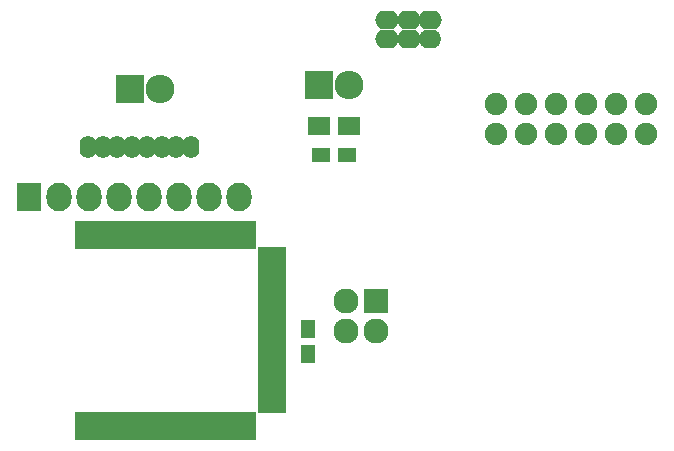
<source format=gbs>
G04 #@! TF.FileFunction,Soldermask,Bot*
%FSLAX46Y46*%
G04 Gerber Fmt 4.6, Leading zero omitted, Abs format (unit mm)*
G04 Created by KiCad (PCBNEW 4.0.0-rc1-stable) date 27.2.2017 11:51:31*
%MOMM*%
G01*
G04 APERTURE LIST*
%ADD10C,0.100000*%
%ADD11R,2.127200X2.432000*%
%ADD12O,2.127200X2.432000*%
%ADD13R,2.432000X2.432000*%
%ADD14O,2.432000X2.432000*%
%ADD15C,1.906220*%
%ADD16R,1.900000X1.650000*%
%ADD17R,1.600000X1.300000*%
%ADD18R,1.300000X1.600000*%
%ADD19R,2.127200X2.127200*%
%ADD20O,2.127200X2.127200*%
%ADD21O,1.900000X1.600000*%
%ADD22O,2.000000X1.600000*%
%ADD23R,2.400000X1.400000*%
%ADD24R,1.400000X2.400000*%
%ADD25O,1.400000X1.900000*%
G04 APERTURE END LIST*
D10*
D11*
X3434080Y21087080D03*
D12*
X5974080Y21087080D03*
X8514080Y21087080D03*
X11054080Y21087080D03*
X13594080Y21087080D03*
X16134080Y21087080D03*
X18674080Y21087080D03*
X21214080Y21087080D03*
D13*
X12020000Y30170000D03*
D14*
X14560000Y30170000D03*
D13*
X28030000Y30540000D03*
D14*
X30570000Y30540000D03*
D15*
X55740000Y26420000D03*
X55740000Y28960000D03*
X43040000Y26420000D03*
X43040000Y28960000D03*
X45580000Y26420000D03*
X45580000Y28960000D03*
X48120000Y26420000D03*
X48120000Y28960000D03*
X50660000Y26420000D03*
X50660000Y28960000D03*
X53200000Y26420000D03*
X53200000Y28960000D03*
D16*
X28035000Y27090000D03*
X30535000Y27090000D03*
D17*
X28210000Y24580000D03*
X30410000Y24580000D03*
D18*
X27060000Y7720000D03*
X27060000Y9920000D03*
D19*
X32810000Y12240000D03*
D20*
X30270000Y12240000D03*
X32810000Y9700000D03*
X30270000Y9700000D03*
D21*
X37430000Y34470000D03*
D22*
X37430000Y36070000D03*
X35600000Y36070000D03*
X33770000Y36070000D03*
X33770000Y34470000D03*
X35600000Y34470000D03*
D23*
X24030000Y4680000D03*
X24030000Y5950000D03*
X24030000Y7220000D03*
X24030000Y8490000D03*
X24030000Y9760000D03*
X24030000Y11030000D03*
X24030000Y3410000D03*
X24030000Y12300000D03*
X24030000Y13570000D03*
X24030000Y14840000D03*
X24030000Y16110000D03*
D24*
X8010000Y1660000D03*
X9280000Y1660000D03*
X10550000Y1660000D03*
X11820000Y1660000D03*
X13090000Y1660000D03*
X14360000Y1660000D03*
X15630000Y1660000D03*
X16900000Y1660000D03*
X18170000Y1660000D03*
X19440000Y1660000D03*
X20710000Y1660000D03*
X21980000Y1660000D03*
X8010000Y17860000D03*
X9280000Y17860000D03*
X10550000Y17860000D03*
X11820000Y17860000D03*
X13090000Y17860000D03*
X14360000Y17860000D03*
X15630000Y17860000D03*
X16900000Y17860000D03*
X18170000Y17860000D03*
X19440000Y17860000D03*
X20710000Y17860000D03*
X21980000Y17860000D03*
D25*
X8440720Y25270460D03*
X9690720Y25270460D03*
X10940720Y25270460D03*
X12190720Y25270460D03*
X13440720Y25270460D03*
X14690720Y25270460D03*
X15940720Y25270460D03*
X17190720Y25270460D03*
M02*

</source>
